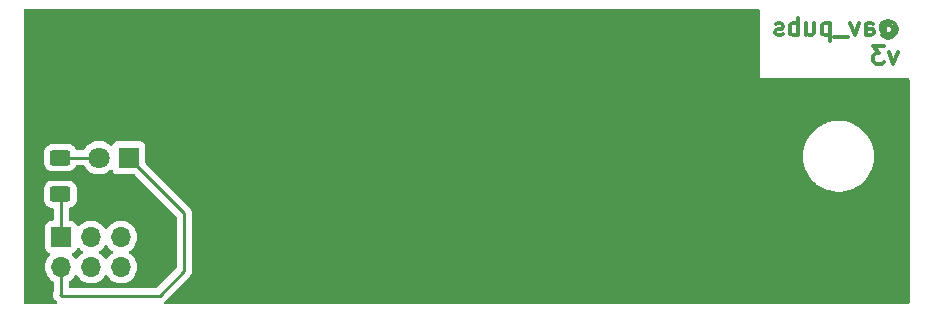
<source format=gbr>
G04 #@! TF.GenerationSoftware,KiCad,Pcbnew,(6.99.0-2452-gdb4f2d9dd8)*
G04 #@! TF.CreationDate,2022-07-21T13:31:45-08:00*
G04 #@! TF.ProjectId,Boeing,426f6569-6e67-42e6-9b69-6361645f7063,rev?*
G04 #@! TF.SameCoordinates,Original*
G04 #@! TF.FileFunction,Copper,L2,Bot*
G04 #@! TF.FilePolarity,Positive*
%FSLAX46Y46*%
G04 Gerber Fmt 4.6, Leading zero omitted, Abs format (unit mm)*
G04 Created by KiCad (PCBNEW (6.99.0-2452-gdb4f2d9dd8)) date 2022-07-21 13:31:45*
%MOMM*%
%LPD*%
G01*
G04 APERTURE LIST*
G04 Aperture macros list*
%AMRoundRect*
0 Rectangle with rounded corners*
0 $1 Rounding radius*
0 $2 $3 $4 $5 $6 $7 $8 $9 X,Y pos of 4 corners*
0 Add a 4 corners polygon primitive as box body*
4,1,4,$2,$3,$4,$5,$6,$7,$8,$9,$2,$3,0*
0 Add four circle primitives for the rounded corners*
1,1,$1+$1,$2,$3*
1,1,$1+$1,$4,$5*
1,1,$1+$1,$6,$7*
1,1,$1+$1,$8,$9*
0 Add four rect primitives between the rounded corners*
20,1,$1+$1,$2,$3,$4,$5,0*
20,1,$1+$1,$4,$5,$6,$7,0*
20,1,$1+$1,$6,$7,$8,$9,0*
20,1,$1+$1,$8,$9,$2,$3,0*%
G04 Aperture macros list end*
%ADD10C,0.300000*%
G04 #@! TA.AperFunction,NonConductor*
%ADD11C,0.300000*%
G04 #@! TD*
G04 #@! TA.AperFunction,ComponentPad*
%ADD12R,1.800000X1.800000*%
G04 #@! TD*
G04 #@! TA.AperFunction,ComponentPad*
%ADD13C,1.800000*%
G04 #@! TD*
G04 #@! TA.AperFunction,ComponentPad*
%ADD14O,1.700000X1.700000*%
G04 #@! TD*
G04 #@! TA.AperFunction,ComponentPad*
%ADD15R,1.700000X1.700000*%
G04 #@! TD*
G04 #@! TA.AperFunction,SMDPad,CuDef*
%ADD16RoundRect,0.250000X-0.625000X0.400000X-0.625000X-0.400000X0.625000X-0.400000X0.625000X0.400000X0*%
G04 #@! TD*
G04 #@! TA.AperFunction,Conductor*
%ADD17C,0.254000*%
G04 #@! TD*
G04 APERTURE END LIST*
D10*
D11*
X172914285Y-51529285D02*
X172985714Y-51457857D01*
X172985714Y-51457857D02*
X173128571Y-51386428D01*
X173128571Y-51386428D02*
X173271428Y-51386428D01*
X173271428Y-51386428D02*
X173414285Y-51457857D01*
X173414285Y-51457857D02*
X173485714Y-51529285D01*
X173485714Y-51529285D02*
X173557142Y-51672142D01*
X173557142Y-51672142D02*
X173557142Y-51815000D01*
X173557142Y-51815000D02*
X173485714Y-51957857D01*
X173485714Y-51957857D02*
X173414285Y-52029285D01*
X173414285Y-52029285D02*
X173271428Y-52100714D01*
X173271428Y-52100714D02*
X173128571Y-52100714D01*
X173128571Y-52100714D02*
X172985714Y-52029285D01*
X172985714Y-52029285D02*
X172914285Y-51957857D01*
X172914285Y-51386428D02*
X172914285Y-51957857D01*
X172914285Y-51957857D02*
X172842857Y-52029285D01*
X172842857Y-52029285D02*
X172771428Y-52029285D01*
X172771428Y-52029285D02*
X172628571Y-51957857D01*
X172628571Y-51957857D02*
X172557142Y-51815000D01*
X172557142Y-51815000D02*
X172557142Y-51457857D01*
X172557142Y-51457857D02*
X172700000Y-51243571D01*
X172700000Y-51243571D02*
X172914285Y-51100714D01*
X172914285Y-51100714D02*
X173200000Y-51029285D01*
X173200000Y-51029285D02*
X173485714Y-51100714D01*
X173485714Y-51100714D02*
X173700000Y-51243571D01*
X173700000Y-51243571D02*
X173842857Y-51457857D01*
X173842857Y-51457857D02*
X173914285Y-51743571D01*
X173914285Y-51743571D02*
X173842857Y-52029285D01*
X173842857Y-52029285D02*
X173700000Y-52243571D01*
X173700000Y-52243571D02*
X173485714Y-52386428D01*
X173485714Y-52386428D02*
X173200000Y-52457857D01*
X173200000Y-52457857D02*
X172914285Y-52386428D01*
X172914285Y-52386428D02*
X172700000Y-52243571D01*
X171271429Y-52243571D02*
X171271429Y-51457857D01*
X171271429Y-51457857D02*
X171342857Y-51315000D01*
X171342857Y-51315000D02*
X171485714Y-51243571D01*
X171485714Y-51243571D02*
X171771429Y-51243571D01*
X171771429Y-51243571D02*
X171914286Y-51315000D01*
X171271429Y-52172142D02*
X171414286Y-52243571D01*
X171414286Y-52243571D02*
X171771429Y-52243571D01*
X171771429Y-52243571D02*
X171914286Y-52172142D01*
X171914286Y-52172142D02*
X171985714Y-52029285D01*
X171985714Y-52029285D02*
X171985714Y-51886428D01*
X171985714Y-51886428D02*
X171914286Y-51743571D01*
X171914286Y-51743571D02*
X171771429Y-51672142D01*
X171771429Y-51672142D02*
X171414286Y-51672142D01*
X171414286Y-51672142D02*
X171271429Y-51600714D01*
X170700000Y-51243571D02*
X170342857Y-52243571D01*
X170342857Y-52243571D02*
X169985714Y-51243571D01*
X169771429Y-52386428D02*
X168628571Y-52386428D01*
X168271429Y-51243571D02*
X168271429Y-52743571D01*
X168271429Y-51315000D02*
X168128572Y-51243571D01*
X168128572Y-51243571D02*
X167842857Y-51243571D01*
X167842857Y-51243571D02*
X167700000Y-51315000D01*
X167700000Y-51315000D02*
X167628572Y-51386428D01*
X167628572Y-51386428D02*
X167557143Y-51529285D01*
X167557143Y-51529285D02*
X167557143Y-51957857D01*
X167557143Y-51957857D02*
X167628572Y-52100714D01*
X167628572Y-52100714D02*
X167700000Y-52172142D01*
X167700000Y-52172142D02*
X167842857Y-52243571D01*
X167842857Y-52243571D02*
X168128572Y-52243571D01*
X168128572Y-52243571D02*
X168271429Y-52172142D01*
X166271429Y-51243571D02*
X166271429Y-52243571D01*
X166914286Y-51243571D02*
X166914286Y-52029285D01*
X166914286Y-52029285D02*
X166842857Y-52172142D01*
X166842857Y-52172142D02*
X166700000Y-52243571D01*
X166700000Y-52243571D02*
X166485714Y-52243571D01*
X166485714Y-52243571D02*
X166342857Y-52172142D01*
X166342857Y-52172142D02*
X166271429Y-52100714D01*
X165557143Y-52243571D02*
X165557143Y-50743571D01*
X165557143Y-51315000D02*
X165414286Y-51243571D01*
X165414286Y-51243571D02*
X165128571Y-51243571D01*
X165128571Y-51243571D02*
X164985714Y-51315000D01*
X164985714Y-51315000D02*
X164914286Y-51386428D01*
X164914286Y-51386428D02*
X164842857Y-51529285D01*
X164842857Y-51529285D02*
X164842857Y-51957857D01*
X164842857Y-51957857D02*
X164914286Y-52100714D01*
X164914286Y-52100714D02*
X164985714Y-52172142D01*
X164985714Y-52172142D02*
X165128571Y-52243571D01*
X165128571Y-52243571D02*
X165414286Y-52243571D01*
X165414286Y-52243571D02*
X165557143Y-52172142D01*
X164271428Y-52172142D02*
X164128571Y-52243571D01*
X164128571Y-52243571D02*
X163842857Y-52243571D01*
X163842857Y-52243571D02*
X163700000Y-52172142D01*
X163700000Y-52172142D02*
X163628571Y-52029285D01*
X163628571Y-52029285D02*
X163628571Y-51957857D01*
X163628571Y-51957857D02*
X163700000Y-51815000D01*
X163700000Y-51815000D02*
X163842857Y-51743571D01*
X163842857Y-51743571D02*
X164057143Y-51743571D01*
X164057143Y-51743571D02*
X164200000Y-51672142D01*
X164200000Y-51672142D02*
X164271428Y-51529285D01*
X164271428Y-51529285D02*
X164271428Y-51457857D01*
X164271428Y-51457857D02*
X164200000Y-51315000D01*
X164200000Y-51315000D02*
X164057143Y-51243571D01*
X164057143Y-51243571D02*
X163842857Y-51243571D01*
X163842857Y-51243571D02*
X163700000Y-51315000D01*
X173985714Y-53673571D02*
X173628571Y-54673571D01*
X173628571Y-54673571D02*
X173271428Y-53673571D01*
X172842857Y-53173571D02*
X171914285Y-53173571D01*
X171914285Y-53173571D02*
X172414285Y-53745000D01*
X172414285Y-53745000D02*
X172200000Y-53745000D01*
X172200000Y-53745000D02*
X172057143Y-53816428D01*
X172057143Y-53816428D02*
X171985714Y-53887857D01*
X171985714Y-53887857D02*
X171914285Y-54030714D01*
X171914285Y-54030714D02*
X171914285Y-54387857D01*
X171914285Y-54387857D02*
X171985714Y-54530714D01*
X171985714Y-54530714D02*
X172057143Y-54602142D01*
X172057143Y-54602142D02*
X172200000Y-54673571D01*
X172200000Y-54673571D02*
X172628571Y-54673571D01*
X172628571Y-54673571D02*
X172771428Y-54602142D01*
X172771428Y-54602142D02*
X172842857Y-54530714D01*
D12*
X108899999Y-62599999D03*
D13*
X106360000Y-62600000D03*
D14*
X108239999Y-71869999D03*
X108239999Y-69329999D03*
X105699999Y-71869999D03*
X105699999Y-69329999D03*
X103159999Y-71869999D03*
D15*
X103159999Y-69329999D03*
D16*
X103100000Y-62600000D03*
X103100000Y-65700000D03*
D17*
X103100000Y-65700000D02*
X103160000Y-65760000D01*
X103160000Y-65760000D02*
X103160000Y-69330000D01*
X106360000Y-62600000D02*
X103100000Y-62600000D01*
X111500000Y-74300000D02*
X103200000Y-74300000D01*
X108900000Y-62600000D02*
X113600000Y-67300000D01*
X103200000Y-74300000D02*
X103100000Y-74200000D01*
X113600000Y-67300000D02*
X113600000Y-72200000D01*
X113600000Y-72200000D02*
X111500000Y-74300000D01*
X103100000Y-74200000D02*
X103160000Y-74140000D01*
X103160000Y-74140000D02*
X103160000Y-71870000D01*
G04 #@! TA.AperFunction,NonConductor*
G36*
X104683439Y-70241388D02*
G01*
X104715755Y-70266638D01*
X104736526Y-70289201D01*
X104776760Y-70332906D01*
X104954424Y-70471189D01*
X104959005Y-70473668D01*
X104987680Y-70489186D01*
X105038071Y-70539199D01*
X105053423Y-70608516D01*
X105028863Y-70675129D01*
X104987681Y-70710813D01*
X104954424Y-70728811D01*
X104950313Y-70732010D01*
X104950311Y-70732012D01*
X104795861Y-70852227D01*
X104776760Y-70867094D01*
X104773228Y-70870931D01*
X104627806Y-71028899D01*
X104627803Y-71028903D01*
X104624278Y-71032732D01*
X104621427Y-71037096D01*
X104535483Y-71168643D01*
X104481479Y-71214732D01*
X104411132Y-71224307D01*
X104346774Y-71194330D01*
X104324517Y-71168643D01*
X104238573Y-71037096D01*
X104235722Y-71032732D01*
X104232197Y-71028903D01*
X104232194Y-71028899D01*
X104092525Y-70877180D01*
X104061104Y-70813515D01*
X104069091Y-70742969D01*
X104113949Y-70687940D01*
X104141191Y-70673787D01*
X104256204Y-70630889D01*
X104268536Y-70621658D01*
X104366050Y-70548659D01*
X104373261Y-70543261D01*
X104460889Y-70426204D01*
X104504998Y-70307944D01*
X104547545Y-70251108D01*
X104614065Y-70226297D01*
X104683439Y-70241388D01*
G37*
G04 #@! TD.AperFunction*
G04 #@! TA.AperFunction,NonConductor*
G36*
X107053226Y-70005670D02*
G01*
X107075483Y-70031357D01*
X107164278Y-70167268D01*
X107167803Y-70171097D01*
X107167806Y-70171101D01*
X107232511Y-70241388D01*
X107316760Y-70332906D01*
X107494424Y-70471189D01*
X107499005Y-70473668D01*
X107527680Y-70489186D01*
X107578071Y-70539199D01*
X107593423Y-70608516D01*
X107568863Y-70675129D01*
X107527681Y-70710813D01*
X107494424Y-70728811D01*
X107490313Y-70732010D01*
X107490311Y-70732012D01*
X107335861Y-70852227D01*
X107316760Y-70867094D01*
X107313228Y-70870931D01*
X107167806Y-71028899D01*
X107167803Y-71028903D01*
X107164278Y-71032732D01*
X107161427Y-71037096D01*
X107075483Y-71168643D01*
X107021479Y-71214732D01*
X106951132Y-71224307D01*
X106886774Y-71194330D01*
X106864517Y-71168643D01*
X106778573Y-71037096D01*
X106775722Y-71032732D01*
X106772197Y-71028903D01*
X106772194Y-71028899D01*
X106626772Y-70870931D01*
X106623240Y-70867094D01*
X106604139Y-70852227D01*
X106449689Y-70732012D01*
X106449687Y-70732010D01*
X106445576Y-70728811D01*
X106412320Y-70710814D01*
X106361929Y-70660801D01*
X106346577Y-70591484D01*
X106371137Y-70524871D01*
X106412320Y-70489186D01*
X106440995Y-70473668D01*
X106445576Y-70471189D01*
X106623240Y-70332906D01*
X106707489Y-70241388D01*
X106772194Y-70171101D01*
X106772197Y-70171097D01*
X106775722Y-70167268D01*
X106864517Y-70031357D01*
X106918521Y-69985268D01*
X106988868Y-69975693D01*
X107053226Y-70005670D01*
G37*
G04 #@! TD.AperFunction*
G04 #@! TA.AperFunction,NonConductor*
G36*
X162251478Y-50020502D02*
G01*
X162297971Y-50074158D01*
X162309357Y-50126500D01*
X162309357Y-55883500D01*
X174873500Y-55883500D01*
X174941621Y-55903502D01*
X174988114Y-55957158D01*
X174999500Y-56009500D01*
X174999500Y-74873500D01*
X174979498Y-74941621D01*
X174925842Y-74988114D01*
X174873500Y-74999500D01*
X112006186Y-74999500D01*
X111938065Y-74979498D01*
X111891572Y-74925842D01*
X111881468Y-74855568D01*
X111910962Y-74790988D01*
X111931585Y-74772061D01*
X111932076Y-74771600D01*
X111938487Y-74766942D01*
X111966778Y-74732744D01*
X111974767Y-74723965D01*
X113993477Y-72705255D01*
X114001803Y-72697678D01*
X114008303Y-72693553D01*
X114055101Y-72643718D01*
X114057855Y-72640877D01*
X114077638Y-72621094D01*
X114080129Y-72617883D01*
X114087838Y-72608856D01*
X114112789Y-72582286D01*
X114118217Y-72576506D01*
X114128022Y-72558671D01*
X114138876Y-72542147D01*
X114146491Y-72532330D01*
X114146492Y-72532329D01*
X114151349Y-72526067D01*
X114168969Y-72485350D01*
X114174192Y-72474689D01*
X114191749Y-72442753D01*
X114191751Y-72442748D01*
X114195569Y-72435803D01*
X114197539Y-72428129D01*
X114197542Y-72428122D01*
X114200632Y-72416087D01*
X114207036Y-72397382D01*
X114211967Y-72385987D01*
X114215117Y-72378708D01*
X114222060Y-72334873D01*
X114224467Y-72323251D01*
X114227198Y-72312616D01*
X114235500Y-72280282D01*
X114235500Y-72259935D01*
X114237051Y-72240224D01*
X114238995Y-72227950D01*
X114240235Y-72220121D01*
X114236059Y-72175944D01*
X114235500Y-72164086D01*
X114235500Y-67379032D01*
X114236030Y-67367793D01*
X114237709Y-67360281D01*
X114235562Y-67291969D01*
X114235500Y-67288012D01*
X114235500Y-67260017D01*
X114234992Y-67255994D01*
X114234059Y-67244152D01*
X114232914Y-67207720D01*
X114232665Y-67199795D01*
X114226987Y-67180251D01*
X114222977Y-67160888D01*
X114221420Y-67148560D01*
X114221420Y-67148558D01*
X114220427Y-67140701D01*
X114217511Y-67133337D01*
X114217510Y-67133332D01*
X114204093Y-67099444D01*
X114200248Y-67088215D01*
X114190081Y-67053222D01*
X114187869Y-67045607D01*
X114183830Y-67038777D01*
X114177512Y-67028094D01*
X114168812Y-67010336D01*
X114164239Y-66998785D01*
X114164235Y-66998779D01*
X114161319Y-66991412D01*
X114135234Y-66955509D01*
X114128719Y-66945590D01*
X114110174Y-66914232D01*
X114110171Y-66914228D01*
X114106134Y-66907402D01*
X114091750Y-66893018D01*
X114078909Y-66877984D01*
X114071602Y-66867927D01*
X114066942Y-66861513D01*
X114032744Y-66833222D01*
X114023965Y-66825233D01*
X110345405Y-63146672D01*
X110311379Y-63084360D01*
X110308500Y-63057577D01*
X110308500Y-62500000D01*
X165994415Y-62500000D01*
X166014738Y-62848927D01*
X166075431Y-63193136D01*
X166076482Y-63196646D01*
X166076483Y-63196651D01*
X166174623Y-63524461D01*
X166175674Y-63527971D01*
X166314111Y-63848904D01*
X166315943Y-63852078D01*
X166315945Y-63852081D01*
X166417802Y-64028502D01*
X166488870Y-64151596D01*
X166491055Y-64154531D01*
X166694676Y-64428041D01*
X166697588Y-64431953D01*
X166801247Y-64541825D01*
X166863572Y-64607885D01*
X166937442Y-64686183D01*
X166961253Y-64706163D01*
X167111931Y-64832596D01*
X167205189Y-64910849D01*
X167497207Y-65102913D01*
X167500471Y-65104552D01*
X167806279Y-65258135D01*
X167806283Y-65258137D01*
X167809549Y-65259777D01*
X167812992Y-65261030D01*
X167812994Y-65261031D01*
X168134543Y-65378065D01*
X168134547Y-65378066D01*
X168137989Y-65379319D01*
X168478086Y-65459923D01*
X168825241Y-65500500D01*
X169174759Y-65500500D01*
X169521914Y-65459923D01*
X169862011Y-65379319D01*
X169865453Y-65378066D01*
X169865457Y-65378065D01*
X170187006Y-65261031D01*
X170187008Y-65261030D01*
X170190451Y-65259777D01*
X170193717Y-65258137D01*
X170193721Y-65258135D01*
X170499529Y-65104552D01*
X170502793Y-65102913D01*
X170794811Y-64910849D01*
X170888070Y-64832596D01*
X171038747Y-64706163D01*
X171062558Y-64686183D01*
X171136429Y-64607885D01*
X171198753Y-64541825D01*
X171302412Y-64431953D01*
X171305325Y-64428041D01*
X171508945Y-64154531D01*
X171511130Y-64151596D01*
X171582198Y-64028502D01*
X171684055Y-63852081D01*
X171684057Y-63852078D01*
X171685889Y-63848904D01*
X171824326Y-63527971D01*
X171825377Y-63524461D01*
X171923517Y-63196651D01*
X171923518Y-63196646D01*
X171924569Y-63193136D01*
X171985262Y-62848927D01*
X172005585Y-62500000D01*
X171985262Y-62151073D01*
X171924569Y-61806864D01*
X171909549Y-61756692D01*
X171825377Y-61475539D01*
X171825376Y-61475536D01*
X171824326Y-61472029D01*
X171685889Y-61151096D01*
X171511130Y-60848404D01*
X171508945Y-60845469D01*
X171304598Y-60570983D01*
X171304596Y-60570981D01*
X171302412Y-60568047D01*
X171062558Y-60313817D01*
X170794811Y-60089151D01*
X170502793Y-59897087D01*
X170201578Y-59745811D01*
X170193721Y-59741865D01*
X170193717Y-59741863D01*
X170190451Y-59740223D01*
X170187006Y-59738969D01*
X169865457Y-59621935D01*
X169865453Y-59621934D01*
X169862011Y-59620681D01*
X169521914Y-59540077D01*
X169174759Y-59499500D01*
X168825241Y-59499500D01*
X168478086Y-59540077D01*
X168137989Y-59620681D01*
X168134547Y-59621934D01*
X168134543Y-59621935D01*
X167812994Y-59738969D01*
X167809549Y-59740223D01*
X167806283Y-59741863D01*
X167806279Y-59741865D01*
X167798422Y-59745811D01*
X167497207Y-59897087D01*
X167205189Y-60089151D01*
X166937442Y-60313817D01*
X166697588Y-60568047D01*
X166695404Y-60570981D01*
X166695402Y-60570983D01*
X166491055Y-60845469D01*
X166488870Y-60848404D01*
X166314111Y-61151096D01*
X166175674Y-61472029D01*
X166174624Y-61475536D01*
X166174623Y-61475539D01*
X166090452Y-61756692D01*
X166075431Y-61806864D01*
X166014738Y-62151073D01*
X165994415Y-62500000D01*
X110308500Y-62500000D01*
X110308500Y-61651362D01*
X110301989Y-61590799D01*
X110250889Y-61453796D01*
X110241929Y-61441826D01*
X110168659Y-61343950D01*
X110163261Y-61336739D01*
X110046204Y-61249111D01*
X109909201Y-61198011D01*
X109872295Y-61194043D01*
X109851988Y-61191860D01*
X109851985Y-61191860D01*
X109848638Y-61191500D01*
X107951362Y-61191500D01*
X107948015Y-61191860D01*
X107948012Y-61191860D01*
X107927705Y-61194043D01*
X107890799Y-61198011D01*
X107753796Y-61249111D01*
X107636739Y-61336739D01*
X107631341Y-61343950D01*
X107558072Y-61441826D01*
X107549111Y-61453796D01*
X107545963Y-61462237D01*
X107545961Y-61462241D01*
X107525638Y-61516726D01*
X107483091Y-61573561D01*
X107416571Y-61598371D01*
X107347197Y-61583279D01*
X107322248Y-61565395D01*
X107320747Y-61564014D01*
X107317220Y-61560182D01*
X107171268Y-61446582D01*
X107137130Y-61420011D01*
X107137128Y-61420009D01*
X107133017Y-61416810D01*
X106998383Y-61343950D01*
X106932312Y-61308194D01*
X106932309Y-61308193D01*
X106927727Y-61305713D01*
X106706951Y-61229920D01*
X106701817Y-61229063D01*
X106701812Y-61229062D01*
X106481849Y-61192357D01*
X106481846Y-61192357D01*
X106476712Y-61191500D01*
X106243288Y-61191500D01*
X106238154Y-61192357D01*
X106238151Y-61192357D01*
X106018188Y-61229062D01*
X106018183Y-61229063D01*
X106013049Y-61229920D01*
X105792273Y-61305713D01*
X105787691Y-61308193D01*
X105787688Y-61308194D01*
X105721617Y-61343950D01*
X105586983Y-61416810D01*
X105582872Y-61420009D01*
X105582870Y-61420011D01*
X105406898Y-61556976D01*
X105406892Y-61556981D01*
X105402780Y-61560182D01*
X105399248Y-61564019D01*
X105248214Y-61728084D01*
X105248211Y-61728088D01*
X105244686Y-61731917D01*
X105241838Y-61736276D01*
X105241835Y-61736280D01*
X105193360Y-61810477D01*
X105140856Y-61890842D01*
X105130028Y-61907415D01*
X105076025Y-61953504D01*
X105024545Y-61964500D01*
X104537008Y-61964500D01*
X104468887Y-61944498D01*
X104422394Y-61890842D01*
X104421789Y-61889301D01*
X104419422Y-61884225D01*
X104417115Y-61877262D01*
X104362569Y-61788829D01*
X104327884Y-61732596D01*
X104327883Y-61732595D01*
X104324030Y-61726348D01*
X104198652Y-61600970D01*
X104182163Y-61590799D01*
X104053981Y-61511736D01*
X104047738Y-61507885D01*
X103984193Y-61486829D01*
X103885952Y-61454275D01*
X103885948Y-61454274D01*
X103879426Y-61452113D01*
X103872592Y-61451415D01*
X103872588Y-61451414D01*
X103778729Y-61441825D01*
X103778723Y-61441825D01*
X103775545Y-61441500D01*
X103100106Y-61441500D01*
X102424456Y-61441501D01*
X102421279Y-61441826D01*
X102421270Y-61441826D01*
X102372533Y-61446805D01*
X102320574Y-61452113D01*
X102152262Y-61507885D01*
X102146019Y-61511736D01*
X102017838Y-61590799D01*
X102001348Y-61600970D01*
X101875970Y-61726348D01*
X101872117Y-61732595D01*
X101872116Y-61732596D01*
X101837431Y-61788829D01*
X101782885Y-61877262D01*
X101727113Y-62045574D01*
X101716500Y-62149455D01*
X101716501Y-63050544D01*
X101727113Y-63154426D01*
X101782885Y-63322738D01*
X101786736Y-63328981D01*
X101857254Y-63443308D01*
X101875970Y-63473652D01*
X102001348Y-63599030D01*
X102007595Y-63602883D01*
X102007596Y-63602884D01*
X102021036Y-63611174D01*
X102152262Y-63692115D01*
X102215807Y-63713171D01*
X102314048Y-63745725D01*
X102314052Y-63745726D01*
X102320574Y-63747887D01*
X102327408Y-63748585D01*
X102327412Y-63748586D01*
X102421271Y-63758175D01*
X102421277Y-63758175D01*
X102424455Y-63758500D01*
X103099894Y-63758500D01*
X103775544Y-63758499D01*
X103778721Y-63758174D01*
X103778730Y-63758174D01*
X103827467Y-63753195D01*
X103879426Y-63747887D01*
X104047738Y-63692115D01*
X104178964Y-63611174D01*
X104192404Y-63602884D01*
X104192405Y-63602883D01*
X104198652Y-63599030D01*
X104324030Y-63473652D01*
X104342747Y-63443308D01*
X104413264Y-63328981D01*
X104417115Y-63322738D01*
X104419422Y-63315774D01*
X104422525Y-63309121D01*
X104425331Y-63310429D01*
X104457788Y-63263519D01*
X104523336Y-63236244D01*
X104537008Y-63235500D01*
X105024545Y-63235500D01*
X105092666Y-63255502D01*
X105130027Y-63292584D01*
X105149728Y-63322738D01*
X105241835Y-63463720D01*
X105241838Y-63463724D01*
X105244686Y-63468083D01*
X105248211Y-63471912D01*
X105248214Y-63471916D01*
X105318842Y-63548638D01*
X105402780Y-63639818D01*
X105406891Y-63643018D01*
X105406898Y-63643024D01*
X105582870Y-63779989D01*
X105586983Y-63783190D01*
X105591564Y-63785669D01*
X105734942Y-63863261D01*
X105792273Y-63894287D01*
X106013049Y-63970080D01*
X106018183Y-63970937D01*
X106018188Y-63970938D01*
X106238151Y-64007643D01*
X106238154Y-64007643D01*
X106243288Y-64008500D01*
X106476712Y-64008500D01*
X106481846Y-64007643D01*
X106481849Y-64007643D01*
X106701812Y-63970938D01*
X106701817Y-63970937D01*
X106706951Y-63970080D01*
X106927727Y-63894287D01*
X106985059Y-63863261D01*
X107128436Y-63785669D01*
X107133017Y-63783190D01*
X107164739Y-63758500D01*
X107261388Y-63683274D01*
X107317220Y-63639818D01*
X107320747Y-63635986D01*
X107322248Y-63634605D01*
X107385914Y-63603185D01*
X107456459Y-63611174D01*
X107511487Y-63656034D01*
X107525638Y-63683274D01*
X107545961Y-63737759D01*
X107549111Y-63746204D01*
X107554510Y-63753416D01*
X107554511Y-63753418D01*
X107574402Y-63779989D01*
X107636739Y-63863261D01*
X107753796Y-63950889D01*
X107890799Y-64001989D01*
X107927705Y-64005957D01*
X107948012Y-64008140D01*
X107948015Y-64008140D01*
X107951362Y-64008500D01*
X109357578Y-64008500D01*
X109425699Y-64028502D01*
X109446673Y-64045405D01*
X112927595Y-67526328D01*
X112961621Y-67588640D01*
X112964500Y-67615423D01*
X112964500Y-71884577D01*
X112944498Y-71952698D01*
X112927595Y-71973672D01*
X111273672Y-73627595D01*
X111211360Y-73661621D01*
X111184577Y-73664500D01*
X103921500Y-73664500D01*
X103853379Y-73644498D01*
X103806886Y-73590842D01*
X103795500Y-73538500D01*
X103795500Y-73145839D01*
X103815502Y-73077718D01*
X103861531Y-73035025D01*
X103900995Y-73013668D01*
X103905576Y-73011189D01*
X104083240Y-72872906D01*
X104130640Y-72821417D01*
X104232194Y-72711101D01*
X104232197Y-72711097D01*
X104235722Y-72707268D01*
X104324517Y-72571357D01*
X104378521Y-72525268D01*
X104448868Y-72515693D01*
X104513226Y-72545670D01*
X104535483Y-72571357D01*
X104624278Y-72707268D01*
X104627803Y-72711097D01*
X104627806Y-72711101D01*
X104729360Y-72821417D01*
X104776760Y-72872906D01*
X104954424Y-73011189D01*
X105152426Y-73118342D01*
X105365365Y-73191444D01*
X105370499Y-73192301D01*
X105370504Y-73192302D01*
X105582294Y-73227643D01*
X105582296Y-73227643D01*
X105587431Y-73228500D01*
X105812569Y-73228500D01*
X105817704Y-73227643D01*
X105817706Y-73227643D01*
X106029496Y-73192302D01*
X106029501Y-73192301D01*
X106034635Y-73191444D01*
X106247574Y-73118342D01*
X106445576Y-73011189D01*
X106623240Y-72872906D01*
X106670640Y-72821417D01*
X106772194Y-72711101D01*
X106772197Y-72711097D01*
X106775722Y-72707268D01*
X106864517Y-72571357D01*
X106918521Y-72525268D01*
X106988868Y-72515693D01*
X107053226Y-72545670D01*
X107075483Y-72571357D01*
X107164278Y-72707268D01*
X107167803Y-72711097D01*
X107167806Y-72711101D01*
X107269360Y-72821417D01*
X107316760Y-72872906D01*
X107494424Y-73011189D01*
X107692426Y-73118342D01*
X107905365Y-73191444D01*
X107910499Y-73192301D01*
X107910504Y-73192302D01*
X108122294Y-73227643D01*
X108122296Y-73227643D01*
X108127431Y-73228500D01*
X108352569Y-73228500D01*
X108357704Y-73227643D01*
X108357706Y-73227643D01*
X108569496Y-73192302D01*
X108569501Y-73192301D01*
X108574635Y-73191444D01*
X108787574Y-73118342D01*
X108985576Y-73011189D01*
X109163240Y-72872906D01*
X109210640Y-72821417D01*
X109312194Y-72711101D01*
X109312197Y-72711097D01*
X109315722Y-72707268D01*
X109430015Y-72532330D01*
X109436008Y-72523157D01*
X109436010Y-72523153D01*
X109438860Y-72518791D01*
X109453529Y-72485350D01*
X109527200Y-72317394D01*
X109529296Y-72312616D01*
X109539492Y-72272355D01*
X109583283Y-72099427D01*
X109583283Y-72099426D01*
X109584564Y-72094368D01*
X109594566Y-71973672D01*
X109602726Y-71875189D01*
X109603156Y-71870000D01*
X109584564Y-71645632D01*
X109529296Y-71427384D01*
X109438860Y-71221209D01*
X109434629Y-71214732D01*
X109318573Y-71037096D01*
X109315722Y-71032732D01*
X109312197Y-71028903D01*
X109312194Y-71028899D01*
X109166772Y-70870931D01*
X109163240Y-70867094D01*
X109144139Y-70852227D01*
X108989689Y-70732012D01*
X108989687Y-70732010D01*
X108985576Y-70728811D01*
X108952320Y-70710814D01*
X108901929Y-70660801D01*
X108886577Y-70591484D01*
X108911137Y-70524871D01*
X108952320Y-70489186D01*
X108980995Y-70473668D01*
X108985576Y-70471189D01*
X109163240Y-70332906D01*
X109247489Y-70241388D01*
X109312194Y-70171101D01*
X109312197Y-70171097D01*
X109315722Y-70167268D01*
X109421299Y-70005670D01*
X109436008Y-69983157D01*
X109436010Y-69983153D01*
X109438860Y-69978791D01*
X109529296Y-69772616D01*
X109584564Y-69554368D01*
X109603156Y-69330000D01*
X109584564Y-69105632D01*
X109529296Y-68887384D01*
X109438860Y-68681209D01*
X109434629Y-68674732D01*
X109318573Y-68497096D01*
X109315722Y-68492732D01*
X109312197Y-68488903D01*
X109312194Y-68488899D01*
X109166772Y-68330931D01*
X109163240Y-68327094D01*
X108985576Y-68188811D01*
X108787574Y-68081658D01*
X108574635Y-68008556D01*
X108569501Y-68007699D01*
X108569496Y-68007698D01*
X108357706Y-67972357D01*
X108357704Y-67972357D01*
X108352569Y-67971500D01*
X108127431Y-67971500D01*
X108122296Y-67972357D01*
X108122294Y-67972357D01*
X107910504Y-68007698D01*
X107910499Y-68007699D01*
X107905365Y-68008556D01*
X107692426Y-68081658D01*
X107494424Y-68188811D01*
X107316760Y-68327094D01*
X107313228Y-68330931D01*
X107167806Y-68488899D01*
X107167803Y-68488903D01*
X107164278Y-68492732D01*
X107161427Y-68497096D01*
X107075483Y-68628643D01*
X107021479Y-68674732D01*
X106951132Y-68684307D01*
X106886774Y-68654330D01*
X106864517Y-68628643D01*
X106778573Y-68497096D01*
X106775722Y-68492732D01*
X106772197Y-68488903D01*
X106772194Y-68488899D01*
X106626772Y-68330931D01*
X106623240Y-68327094D01*
X106445576Y-68188811D01*
X106247574Y-68081658D01*
X106034635Y-68008556D01*
X106029501Y-68007699D01*
X106029496Y-68007698D01*
X105817706Y-67972357D01*
X105817704Y-67972357D01*
X105812569Y-67971500D01*
X105587431Y-67971500D01*
X105582296Y-67972357D01*
X105582294Y-67972357D01*
X105370504Y-68007698D01*
X105370499Y-68007699D01*
X105365365Y-68008556D01*
X105152426Y-68081658D01*
X104954424Y-68188811D01*
X104776760Y-68327094D01*
X104773228Y-68330931D01*
X104715755Y-68393362D01*
X104654901Y-68429933D01*
X104583937Y-68427798D01*
X104525392Y-68387636D01*
X104504998Y-68352056D01*
X104464038Y-68242239D01*
X104464037Y-68242237D01*
X104460889Y-68233796D01*
X104373261Y-68116739D01*
X104256204Y-68029111D01*
X104119201Y-67978011D01*
X104082295Y-67974043D01*
X104061988Y-67971860D01*
X104061985Y-67971860D01*
X104058638Y-67971500D01*
X103921500Y-67971500D01*
X103853379Y-67951498D01*
X103806886Y-67897842D01*
X103795500Y-67845500D01*
X103795500Y-66966683D01*
X103815502Y-66898562D01*
X103869158Y-66852069D01*
X103881868Y-66847078D01*
X103947793Y-66825233D01*
X104047738Y-66792115D01*
X104198652Y-66699030D01*
X104324030Y-66573652D01*
X104417115Y-66422738D01*
X104472887Y-66254426D01*
X104483500Y-66150545D01*
X104483499Y-65249456D01*
X104472887Y-65145574D01*
X104417115Y-64977262D01*
X104324030Y-64826348D01*
X104198652Y-64700970D01*
X104047738Y-64607885D01*
X103984193Y-64586829D01*
X103885952Y-64554275D01*
X103885948Y-64554274D01*
X103879426Y-64552113D01*
X103872592Y-64551415D01*
X103872588Y-64551414D01*
X103778729Y-64541825D01*
X103778723Y-64541825D01*
X103775545Y-64541500D01*
X103100106Y-64541500D01*
X102424456Y-64541501D01*
X102421279Y-64541826D01*
X102421270Y-64541826D01*
X102372533Y-64546805D01*
X102320574Y-64552113D01*
X102152262Y-64607885D01*
X102001348Y-64700970D01*
X101875970Y-64826348D01*
X101782885Y-64977262D01*
X101780578Y-64984225D01*
X101741916Y-65100902D01*
X101727113Y-65145574D01*
X101716500Y-65249455D01*
X101716501Y-66150544D01*
X101727113Y-66254426D01*
X101782885Y-66422738D01*
X101875970Y-66573652D01*
X102001348Y-66699030D01*
X102152262Y-66792115D01*
X102215807Y-66813171D01*
X102314048Y-66845725D01*
X102314052Y-66845726D01*
X102320574Y-66847887D01*
X102327417Y-66848586D01*
X102327421Y-66848587D01*
X102411307Y-66857158D01*
X102477042Y-66883980D01*
X102517840Y-66942083D01*
X102524500Y-66982505D01*
X102524500Y-67845500D01*
X102504498Y-67913621D01*
X102450842Y-67960114D01*
X102398500Y-67971500D01*
X102261362Y-67971500D01*
X102258015Y-67971860D01*
X102258012Y-67971860D01*
X102237705Y-67974043D01*
X102200799Y-67978011D01*
X102063796Y-68029111D01*
X101946739Y-68116739D01*
X101859111Y-68233796D01*
X101808011Y-68370799D01*
X101801500Y-68431362D01*
X101801500Y-70228638D01*
X101808011Y-70289201D01*
X101859111Y-70426204D01*
X101946739Y-70543261D01*
X101953950Y-70548659D01*
X102051465Y-70621658D01*
X102063796Y-70630889D01*
X102178808Y-70673787D01*
X102235642Y-70716333D01*
X102260453Y-70782853D01*
X102245361Y-70852227D01*
X102227475Y-70877180D01*
X102087806Y-71028899D01*
X102087803Y-71028903D01*
X102084278Y-71032732D01*
X102081427Y-71037096D01*
X101965372Y-71214732D01*
X101961140Y-71221209D01*
X101870704Y-71427384D01*
X101815436Y-71645632D01*
X101796844Y-71870000D01*
X101797274Y-71875189D01*
X101805435Y-71973672D01*
X101815436Y-72094368D01*
X101816717Y-72099426D01*
X101816717Y-72099427D01*
X101860509Y-72272355D01*
X101870704Y-72312616D01*
X101872800Y-72317394D01*
X101946472Y-72485350D01*
X101961140Y-72518791D01*
X101963990Y-72523153D01*
X101963992Y-72523157D01*
X101969985Y-72532330D01*
X102084278Y-72707268D01*
X102087803Y-72711097D01*
X102087806Y-72711101D01*
X102189360Y-72821417D01*
X102236760Y-72872906D01*
X102414424Y-73011189D01*
X102419005Y-73013668D01*
X102458469Y-73035025D01*
X102508860Y-73085039D01*
X102524500Y-73145839D01*
X102524500Y-73899423D01*
X102510767Y-73956626D01*
X102497318Y-73983021D01*
X102495506Y-73991128D01*
X102488179Y-74013675D01*
X102484883Y-74021292D01*
X102483643Y-74029118D01*
X102483643Y-74029120D01*
X102476066Y-74076960D01*
X102474585Y-74084726D01*
X102462292Y-74139719D01*
X102462541Y-74147642D01*
X102462541Y-74147643D01*
X102462553Y-74148010D01*
X102461063Y-74171682D01*
X102459765Y-74179879D01*
X102460511Y-74187771D01*
X102460511Y-74187774D01*
X102465068Y-74235979D01*
X102465565Y-74243879D01*
X102467335Y-74300205D01*
X102469545Y-74307812D01*
X102469545Y-74307813D01*
X102469651Y-74308176D01*
X102474095Y-74331474D01*
X102474876Y-74339732D01*
X102493961Y-74392742D01*
X102496407Y-74400271D01*
X102509918Y-74446778D01*
X102509920Y-74446782D01*
X102512131Y-74454393D01*
X102516165Y-74461214D01*
X102516359Y-74461542D01*
X102526453Y-74482994D01*
X102529265Y-74490804D01*
X102533720Y-74497359D01*
X102560941Y-74537413D01*
X102565184Y-74544099D01*
X102589830Y-74585775D01*
X102589834Y-74585780D01*
X102593866Y-74592598D01*
X102599727Y-74598459D01*
X102614846Y-74616734D01*
X102619515Y-74623604D01*
X102625463Y-74628848D01*
X102625464Y-74628849D01*
X102661799Y-74660882D01*
X102667569Y-74666301D01*
X102694745Y-74693477D01*
X102702322Y-74701803D01*
X102706447Y-74708303D01*
X102712225Y-74713729D01*
X102712226Y-74713730D01*
X102756281Y-74755100D01*
X102759123Y-74757855D01*
X102778906Y-74777638D01*
X102780974Y-74779242D01*
X102818683Y-74839044D01*
X102818072Y-74910038D01*
X102779175Y-74969431D01*
X102714343Y-74998367D01*
X102697486Y-74999500D01*
X100126500Y-74999500D01*
X100058379Y-74979498D01*
X100011886Y-74925842D01*
X100000500Y-74873500D01*
X100000500Y-50126500D01*
X100020502Y-50058379D01*
X100074158Y-50011886D01*
X100126500Y-50000500D01*
X162183357Y-50000500D01*
X162251478Y-50020502D01*
G37*
G04 #@! TD.AperFunction*
M02*

</source>
